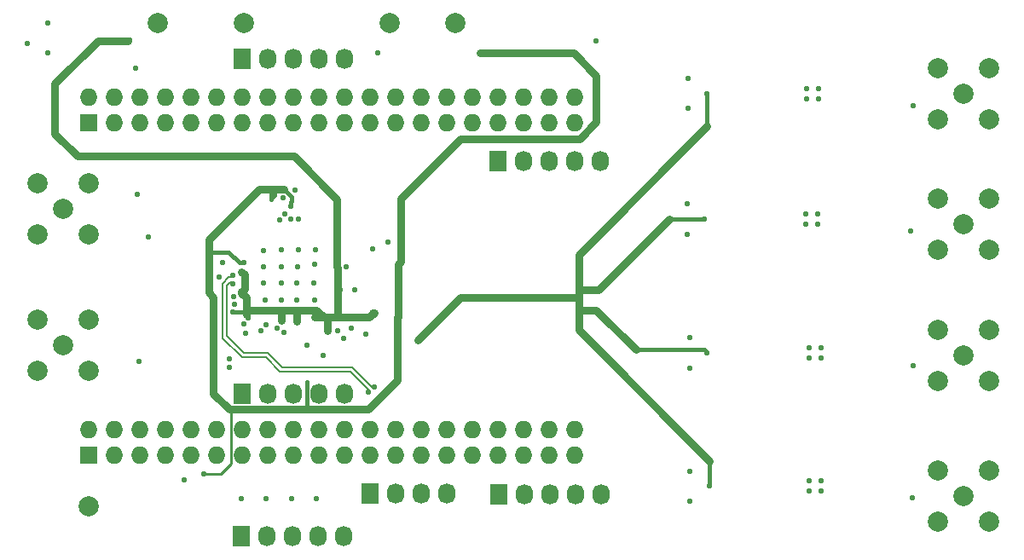
<source format=gbr>
%TF.GenerationSoftware,KiCad,Pcbnew,(5.1.0-1157-gc8cd95a71)*%
%TF.CreationDate,2019-06-29T21:36:28-07:00*%
%TF.ProjectId,adc344x,61646333-3434-4782-9e6b-696361645f70,rev?*%
%TF.SameCoordinates,Original*%
%TF.FileFunction,Copper,L3,Inr*%
%TF.FilePolarity,Positive*%
%FSLAX46Y46*%
G04 Gerber Fmt 4.6, Leading zero omitted, Abs format (unit mm)*
G04 Created by KiCad (PCBNEW (5.1.0-1157-gc8cd95a71)) date 2019-06-29 21:36:28*
%MOMM*%
%LPD*%
G04 APERTURE LIST*
%ADD10C,2.000000*%
%ADD11O,1.727200X2.032000*%
%ADD12R,1.727200X2.032000*%
%ADD13R,1.727200X1.727200*%
%ADD14O,1.727200X1.727200*%
%ADD15C,0.560000*%
%ADD16C,0.200000*%
%ADD17C,0.250000*%
%ADD18C,0.800000*%
%ADD19C,0.400000*%
G04 APERTURE END LIST*
D10*
X205000000Y-93000000D03*
X207540000Y-90460000D03*
X207540000Y-95540000D03*
X202460000Y-95540000D03*
X202460000Y-90460000D03*
X205000000Y-53000000D03*
X207540000Y-50460000D03*
X207540000Y-55540000D03*
X202460000Y-55540000D03*
X202460000Y-50460000D03*
X115570000Y-64500000D03*
X113030000Y-67040000D03*
X113030000Y-61960000D03*
X118110000Y-61960000D03*
X118110000Y-67040000D03*
X115570000Y-78000000D03*
X113030000Y-80540000D03*
X113030000Y-75460000D03*
X118110000Y-75460000D03*
X118110000Y-80540000D03*
X205000000Y-79000000D03*
X207540000Y-76460000D03*
X207540000Y-81540000D03*
X202460000Y-81540000D03*
X202460000Y-76460000D03*
X205000000Y-66000000D03*
X207540000Y-63460000D03*
X207540000Y-68540000D03*
X202460000Y-68540000D03*
X202460000Y-63460000D03*
D11*
X143410000Y-97000000D03*
X140870000Y-97000000D03*
X138330000Y-97000000D03*
X135790000Y-97000000D03*
D12*
X133250000Y-97000000D03*
D11*
X143540000Y-49600000D03*
X141000000Y-49600000D03*
X138460000Y-49600000D03*
X135920000Y-49600000D03*
D12*
X133380000Y-49600000D03*
D11*
X143510000Y-82804000D03*
X140970000Y-82804000D03*
X138430000Y-82804000D03*
X135890000Y-82804000D03*
D12*
X133350000Y-82804000D03*
D11*
X168960000Y-92800000D03*
X166420000Y-92800000D03*
X163880000Y-92800000D03*
X161340000Y-92800000D03*
D12*
X158800000Y-92800000D03*
D11*
X168910000Y-59750000D03*
X166370000Y-59750000D03*
X163830000Y-59750000D03*
X161290000Y-59750000D03*
D12*
X158750000Y-59750000D03*
D10*
X154500000Y-46000000D03*
X125000000Y-46000000D03*
X118110000Y-93980000D03*
X148000000Y-46000000D03*
X133500000Y-46000000D03*
D11*
X153670000Y-92710000D03*
X151130000Y-92710000D03*
X148590000Y-92710000D03*
D12*
X146050000Y-92710000D03*
D13*
X118110000Y-88900000D03*
D14*
X118110000Y-86360000D03*
X120650000Y-88900000D03*
X120650000Y-86360000D03*
X123190000Y-88900000D03*
X123190000Y-86360000D03*
X125730000Y-88900000D03*
X125730000Y-86360000D03*
X128270000Y-88900000D03*
X128270000Y-86360000D03*
X130810000Y-88900000D03*
X130810000Y-86360000D03*
X133350000Y-88900000D03*
X133350000Y-86360000D03*
X135890000Y-88900000D03*
X135890000Y-86360000D03*
X138430000Y-88900000D03*
X138430000Y-86360000D03*
X140970000Y-88900000D03*
X140970000Y-86360000D03*
X143510000Y-88900000D03*
X143510000Y-86360000D03*
X146050000Y-88900000D03*
X146050000Y-86360000D03*
X148590000Y-88900000D03*
X148590000Y-86360000D03*
X151130000Y-88900000D03*
X151130000Y-86360000D03*
X153670000Y-88900000D03*
X153670000Y-86360000D03*
X156210000Y-88900000D03*
X156210000Y-86360000D03*
X158750000Y-88900000D03*
X158750000Y-86360000D03*
X161290000Y-88900000D03*
X161290000Y-86360000D03*
X163830000Y-88900000D03*
X163830000Y-86360000D03*
X166370000Y-88900000D03*
X166370000Y-86360000D03*
X166370000Y-53340000D03*
X166370000Y-55880000D03*
X163830000Y-53340000D03*
X163830000Y-55880000D03*
X161290000Y-53340000D03*
X161290000Y-55880000D03*
X158750000Y-53340000D03*
X158750000Y-55880000D03*
X156210000Y-53340000D03*
X156210000Y-55880000D03*
X153670000Y-53340000D03*
X153670000Y-55880000D03*
X151130000Y-53340000D03*
X151130000Y-55880000D03*
X148590000Y-53340000D03*
X148590000Y-55880000D03*
X146050000Y-53340000D03*
X146050000Y-55880000D03*
X143510000Y-53340000D03*
X143510000Y-55880000D03*
X140970000Y-53340000D03*
X140970000Y-55880000D03*
X138430000Y-53340000D03*
X138430000Y-55880000D03*
X135890000Y-53340000D03*
X135890000Y-55880000D03*
X133350000Y-53340000D03*
X133350000Y-55880000D03*
X130810000Y-53340000D03*
X130810000Y-55880000D03*
X128270000Y-53340000D03*
X128270000Y-55880000D03*
X125730000Y-53340000D03*
X125730000Y-55880000D03*
X123190000Y-53340000D03*
X123190000Y-55880000D03*
X120650000Y-53340000D03*
X120650000Y-55880000D03*
X118110000Y-53340000D03*
D13*
X118110000Y-55880000D03*
D15*
X127600000Y-91400000D03*
X146486379Y-82113621D03*
X145913621Y-82686379D03*
X132400000Y-71905000D03*
X132400000Y-71095000D03*
X139800000Y-78000000D03*
X141400000Y-79000000D03*
X129500000Y-90750000D03*
X150750000Y-77500000D03*
X179500000Y-53000000D03*
X179250000Y-65500000D03*
X179500000Y-78750000D03*
X179750000Y-92000000D03*
X132506688Y-73141286D03*
X136837211Y-76278294D03*
X168500000Y-47750000D03*
X143109998Y-72500000D03*
X144500000Y-72500000D03*
X122800000Y-50500000D03*
X122200000Y-47700000D03*
X146800000Y-49000000D03*
X157100000Y-49000000D03*
X199900000Y-93200000D03*
X200000000Y-80000000D03*
X199700000Y-66700000D03*
X132100000Y-79395000D03*
X132100000Y-80205000D03*
X131065010Y-71236795D03*
X143700000Y-70200000D03*
X142792998Y-70667089D03*
X146300000Y-68400000D03*
X147800000Y-67800000D03*
X148800000Y-70000000D03*
X145600000Y-76900000D03*
X144200000Y-76300000D03*
X146400000Y-74800000D03*
X142800000Y-76600000D03*
X141800000Y-76600000D03*
X143400000Y-77300000D03*
X122900000Y-63000000D03*
X123100000Y-79600000D03*
X190600000Y-53500000D03*
X190600000Y-52500000D03*
X189400000Y-53500000D03*
X189400000Y-52500000D03*
X177600000Y-54500000D03*
X177600000Y-51500000D03*
X200000000Y-54250000D03*
X177815000Y-90500000D03*
X177815000Y-93500000D03*
X189615000Y-91500000D03*
X189615000Y-92500000D03*
X190815000Y-91500000D03*
X190815000Y-92500000D03*
X177815000Y-77250000D03*
X177815000Y-80250000D03*
X189615000Y-78250000D03*
X189615000Y-79250000D03*
X190815000Y-78250000D03*
X190815000Y-79250000D03*
X177530000Y-63980000D03*
X177530000Y-66980000D03*
X189330000Y-64980000D03*
X189330000Y-65980000D03*
X190530000Y-64980000D03*
X190530000Y-65980000D03*
X114000000Y-46000000D03*
X114000000Y-49000000D03*
X112000000Y-48000000D03*
X140750000Y-93250000D03*
X133250000Y-93250000D03*
X135750000Y-93250000D03*
X138250000Y-93250000D03*
X135222096Y-76529506D03*
X135709990Y-76000000D03*
X137500000Y-76750000D03*
X124000000Y-67250000D03*
X135500000Y-68600000D03*
X137200000Y-68500000D03*
X138900000Y-68500000D03*
X140600000Y-68500000D03*
X140500000Y-70000000D03*
X138825000Y-70175000D03*
X137200000Y-70200000D03*
X135500000Y-70200000D03*
X135500000Y-71800000D03*
X137200000Y-71800000D03*
X138800000Y-71800000D03*
X140475000Y-71825000D03*
X140500000Y-73500000D03*
X138800000Y-73500000D03*
X137200000Y-73500000D03*
X135600000Y-73500000D03*
X131400000Y-69800000D03*
X132600000Y-73905000D03*
X137549739Y-64944316D03*
X136300000Y-63400000D03*
X137400000Y-63400000D03*
X138600000Y-62600000D03*
X138180208Y-65481930D03*
X137100196Y-65536379D03*
X138900196Y-65487785D03*
X138140002Y-64200000D03*
X133700000Y-76800000D03*
X133500000Y-75900000D03*
X132400000Y-74700000D03*
X133900000Y-75300000D03*
X133300000Y-72700000D03*
X133300000Y-70700000D03*
X133499446Y-69798613D03*
X137209990Y-75525530D03*
X138774399Y-75605764D03*
D16*
X131825000Y-72093200D02*
X131825000Y-77106800D01*
X132220000Y-71725000D02*
X132193200Y-71725000D01*
X131375000Y-77293200D02*
X133306800Y-79225000D01*
X132400000Y-71905000D02*
X132220000Y-71725000D01*
X133306800Y-79225000D02*
X135706800Y-79225000D01*
X144293199Y-80175000D02*
X146231820Y-82113621D01*
X133493200Y-78775000D02*
X135893200Y-78775000D01*
X131825000Y-77106800D02*
X133493200Y-78775000D01*
X132193200Y-71725000D02*
X131825000Y-72093200D01*
X135893200Y-78775000D02*
X137293200Y-80175000D01*
X137293200Y-80175000D02*
X144293199Y-80175000D01*
X132220000Y-71275000D02*
X132006800Y-71275000D01*
X146231820Y-82113621D02*
X146486379Y-82113621D01*
X132400000Y-71095000D02*
X132220000Y-71275000D01*
X132006800Y-71275000D02*
X131375000Y-71906800D01*
X145913621Y-82431820D02*
X145913621Y-82686379D01*
X131375000Y-71906800D02*
X131375000Y-77293200D01*
X135706800Y-79225000D02*
X137106800Y-80625000D01*
X137106800Y-80625000D02*
X144106801Y-80625000D01*
X144106801Y-80625000D02*
X145913621Y-82431820D01*
D17*
X132201399Y-84298601D02*
X132250000Y-84250000D01*
X131250000Y-90750000D02*
X132201399Y-89798601D01*
X132201399Y-89798601D02*
X132201399Y-84298601D01*
X129500000Y-90750000D02*
X131250000Y-90750000D01*
D18*
X166750000Y-73250000D02*
X166750000Y-72500000D01*
X155000000Y-73250000D02*
X150750000Y-77500000D01*
X166750000Y-73250000D02*
X166750000Y-76500000D01*
X166750000Y-73250000D02*
X155000000Y-73250000D01*
X166750000Y-69000000D02*
X166750000Y-73250000D01*
D19*
X179750000Y-89500000D02*
X179750000Y-92000000D01*
D18*
X166750000Y-76500000D02*
X179750000Y-89500000D01*
D19*
X179500000Y-53000000D02*
X179500000Y-56250000D01*
D18*
X179500000Y-56250000D02*
X166750000Y-69000000D01*
X168750000Y-72500000D02*
X166750000Y-72500000D01*
X175750000Y-65500000D02*
X168750000Y-72500000D01*
D19*
X179250000Y-65500000D02*
X175750000Y-65500000D01*
D18*
X168500000Y-74500000D02*
X166750000Y-74500000D01*
X172470001Y-78470001D02*
X168500000Y-74500000D01*
D19*
X179500000Y-78750000D02*
X179220001Y-78470001D01*
X179220001Y-78470001D02*
X172470001Y-78470001D01*
D18*
X133600000Y-72400000D02*
X133250000Y-72750000D01*
X133600000Y-71000000D02*
X133600000Y-72400000D01*
X133300000Y-70700000D02*
X133600000Y-71000000D01*
X137209990Y-74540010D02*
X137250000Y-74500000D01*
X137209990Y-75525530D02*
X137209990Y-74540010D01*
X166250000Y-49000000D02*
X157000000Y-49000000D01*
X168500000Y-51250000D02*
X166250000Y-49000000D01*
X168500000Y-55856930D02*
X168500000Y-51250000D01*
X155000000Y-57500000D02*
X166856930Y-57500000D01*
X166856930Y-57500000D02*
X168500000Y-55856930D01*
X149079999Y-63420001D02*
X155000000Y-57500000D01*
X148800000Y-70000000D02*
X149079999Y-69720001D01*
X149079999Y-69720001D02*
X149079999Y-63420001D01*
D19*
X136250000Y-63500000D02*
X136250000Y-63250000D01*
X136250000Y-62500000D02*
X136250000Y-63500000D01*
X136579999Y-62829999D02*
X136250000Y-62500000D01*
X136300000Y-63400000D02*
X136579999Y-63120001D01*
X136579999Y-63120001D02*
X136579999Y-62829999D01*
X138250000Y-63250000D02*
X137500000Y-62500000D01*
X138250000Y-63694023D02*
X138250000Y-63250000D01*
X138140002Y-64200000D02*
X138140002Y-63804021D01*
X138140002Y-63804021D02*
X138250000Y-63694023D01*
X132000000Y-68750000D02*
X130000000Y-68750000D01*
X133048613Y-69798613D02*
X132000000Y-68750000D01*
X133499446Y-69798613D02*
X133048613Y-69798613D01*
X139746390Y-84246390D02*
X139750000Y-84250000D01*
X139750000Y-81650000D02*
X139746390Y-81653610D01*
X139746390Y-81653610D02*
X139746390Y-84246390D01*
D18*
X141800000Y-75300000D02*
X141750000Y-75250000D01*
X141800000Y-76600000D02*
X141800000Y-75300000D01*
X138774399Y-74524399D02*
X138750000Y-74500000D01*
X138774399Y-75605764D02*
X138774399Y-74524399D01*
X135000000Y-62500000D02*
X137500000Y-62500000D01*
X130000000Y-67500000D02*
X135000000Y-62500000D01*
X130000000Y-72750000D02*
X130000000Y-67500000D01*
X130500000Y-73250000D02*
X130000000Y-72750000D01*
X130500000Y-82841602D02*
X130500000Y-73250000D01*
X135619990Y-84380010D02*
X132038408Y-84380010D01*
X132038408Y-84380010D02*
X130500000Y-82841602D01*
X148750000Y-81500000D02*
X145869990Y-84380010D01*
X145869990Y-84380010D02*
X135619990Y-84380010D01*
X148750000Y-75250000D02*
X148750000Y-81500000D01*
X148800000Y-75200000D02*
X148750000Y-75250000D01*
X148800000Y-70000000D02*
X148800000Y-75200000D01*
X121750000Y-47750000D02*
X122000000Y-47750000D01*
X119000000Y-47750000D02*
X121750000Y-47750000D01*
X114750000Y-52000000D02*
X119000000Y-47750000D01*
X114750000Y-57000000D02*
X114750000Y-52000000D01*
X117000000Y-59250000D02*
X114750000Y-57000000D01*
X138500000Y-59250000D02*
X117000000Y-59250000D01*
X142750000Y-63500000D02*
X138500000Y-59250000D01*
X142750000Y-70228112D02*
X142750000Y-63500000D01*
X142792998Y-70667089D02*
X142792998Y-70271110D01*
X142792998Y-70271110D02*
X142750000Y-70228112D01*
D19*
X133450000Y-74700000D02*
X133500000Y-74750000D01*
X132400000Y-74700000D02*
X133450000Y-74700000D01*
D16*
X133750000Y-74500000D02*
X134000000Y-74500000D01*
D18*
X141500000Y-75250000D02*
X140500000Y-75250000D01*
X140400000Y-74600000D02*
X140500000Y-74500000D01*
X142792998Y-75207002D02*
X142750000Y-75250000D01*
X142792998Y-70667089D02*
X142792998Y-75207002D01*
X146350000Y-74750000D02*
X146500000Y-74750000D01*
X146300000Y-74800000D02*
X146350000Y-74750000D01*
X146400000Y-74800000D02*
X146300000Y-74800000D01*
X146000000Y-75250000D02*
X146500000Y-74750000D01*
X141500000Y-75250000D02*
X146000000Y-75250000D01*
X140750000Y-74500000D02*
X141500000Y-75250000D01*
X133750000Y-74500000D02*
X133750000Y-75000000D01*
X133750000Y-73250000D02*
X133750000Y-74500000D01*
X133750000Y-74500000D02*
X140750000Y-74500000D01*
X133300000Y-72800000D02*
X133750000Y-73250000D01*
X133300000Y-72700000D02*
X133300000Y-72800000D01*
M02*

</source>
